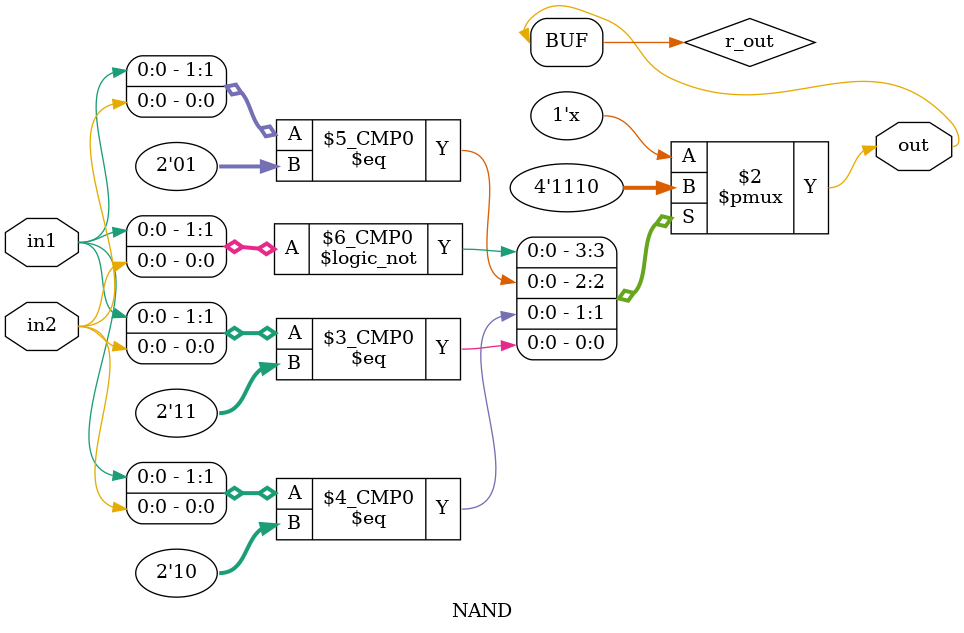
<source format=v>
module NAND(output out, input in1, in2);
  reg r_out;
  assign out = r_out;
  always@(in1, in2)
    begin
      case({in1,in2})
        2'b00: out = 1'b1;
        2'b01: out = 1'b1;
        2'b10: out = 1'b1;
        2'b11: out = 1'b0;
        default: out = 1'b0;
      endcase
    end
endmodule

</source>
